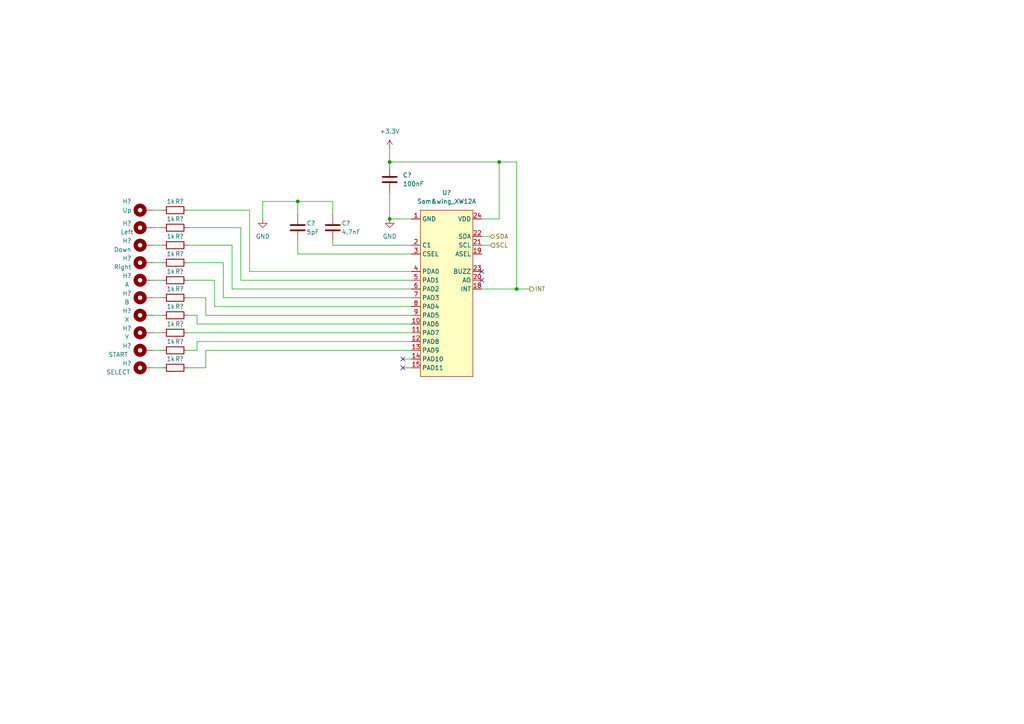
<source format=kicad_sch>
(kicad_sch (version 20211123) (generator eeschema)
  (paper "A4")
  (lib_symbols
    (symbol "Device:C" (pin_numbers hide) (pin_names (offset 0.254))
      (property "Reference" "C" (at 0.635 2.54 0))
      (property "Value" "C" (at 0.635 -2.54 0))
      (symbol "C_0_1"
        (polyline (pts (xy -2.032 -0.762) (xy 2.032 -0.762)) (stroke (width 0.508)))
        (polyline (pts (xy -2.032 0.762) (xy 2.032 0.762)) (stroke (width 0.508)))
      )
      (symbol "C_1_1"
        (pin passive line (at 0 3.81 270) (length 2.794) (name "~") (number "1"))
        (pin passive line (at 0 -3.81 90) (length 2.794) (name "~") (number "2"))
      )
    )
    (symbol "Device:R" (pin_numbers hide) (pin_names (offset 0))
      (property "Reference" "R" (at 2.032 0 90))
      (property "Value" "R" (at 0 0 90))
      (symbol "R_0_1"
        (rectangle (start -1.016 -2.54) (end 1.016 2.54) (stroke (width 0.254)))
      )
      (symbol "R_1_1"
        (pin passive line (at 0 3.81 270) (length 1.27) (name "~") (number "1"))
        (pin passive line (at 0 -3.81 90) (length 1.27) (name "~") (number "2"))
      )
    )
    (symbol "Mechanical:MountingHole_Pad" (pin_numbers hide) (pin_names (offset 1.016) hide)
      (property "Reference" "H" (at 0 6.35 0))
      (property "Value" "MountingHole_Pad" (at 0 4.445 0))
      (symbol "MountingHole_Pad_0_1"
        (circle (center 0 1.27) (radius 1.27) (stroke (width 1.27)))
      )
      (symbol "MountingHole_Pad_1_1"
        (pin input line (at 0 -2.54 90) (length 2.54) (name "1") (number "1"))
      )
    )
    (symbol "power:+3.3V" (power) (pin_names (offset 0))
      (property "Value" "+3.3V" (at 0 3.556 0))
      (symbol "+3.3V_0_1"
        (polyline (pts (xy -0.762 1.27) (xy 0 2.54)))
        (polyline (pts (xy 0 0) (xy 0 2.54)))
        (polyline (pts (xy 0 2.54) (xy 0.762 1.27)))
      )
      (symbol "+3.3V_1_1"
        (pin power_in line (at 0 0 90) (length 0) hide (name "+3.3V") (number "1"))
      )
    )
    (symbol "power:GND" (power) (pin_names (offset 0))
      (property "Value" "GND" (at 0 -3.81 0))
      (symbol "GND_0_1"
        (polyline (pts (xy 0 0) (xy 0 -1.27) (xy 1.27 -1.27) (xy 0 -2.54) (xy -1.27 -1.27) (xy 0 -1.27)))
      )
      (symbol "GND_1_1"
        (pin power_in line (at 0 0 270) (length 0) hide (name "GND") (number "1"))
      )
    )
    (symbol "touch_sensors:Sam&wing_XW12A"
      (property "Reference" "U" (at 0 0 0))
      (property "Value" "Sam&wing_XW12A" (at 0 0 0))
      (symbol "Sam&wing_XW12A_0_1"
        (rectangle (start -7.62 -2.54) (end 7.62 -50.8) (fill (type background)))
      )
      (symbol "Sam&wing_XW12A_1_1"
        (pin power_in line (at -10.16 -5.08 0) (length 2.54) (name "GND") (number "1"))
        (pin input line (at -10.16 -35.56 0) (length 2.54) (name "PAD6") (number "10"))
        (pin input line (at -10.16 -38.1 0) (length 2.54) (name "PAD7") (number "11"))
        (pin input line (at -10.16 -40.64 0) (length 2.54) (name "PAD8") (number "12"))
        (pin input line (at -10.16 -43.18 0) (length 2.54) (name "PAD9") (number "13"))
        (pin input line (at -10.16 -45.72 0) (length 2.54) (name "PAD10") (number "14"))
        (pin input line (at -10.16 -48.26 0) (length 2.54) (name "PAD11") (number "15"))
        (pin no_connect line (at 10.16 -48.26 180) (length 2.54) hide (name "NC") (number "16"))
        (pin no_connect line (at 10.16 -45.72 180) (length 2.54) hide (name "NC") (number "17"))
        (pin output line (at 10.16 -25.4 180) (length 2.54) (name "INT") (number "18"))
        (pin passive line (at 10.16 -15.24 180) (length 2.54) (name "ASEL") (number "19"))
        (pin input line (at -10.16 -12.7 0) (length 2.54) (name "C1") (number "2"))
        (pin output line (at 10.16 -22.86 180) (length 2.54) (name "AO") (number "20"))
        (pin input line (at 10.16 -12.7 180) (length 2.54) (name "SCL") (number "21"))
        (pin bidirectional line (at 10.16 -10.16 180) (length 2.54) (name "SDA") (number "22"))
        (pin output line (at 10.16 -20.32 180) (length 2.54) (name "BUZZ") (number "23"))
        (pin power_in line (at 10.16 -5.08 180) (length 2.54) (name "VDD") (number "24"))
        (pin input line (at -10.16 -15.24 0) (length 2.54) (name "CSEL") (number "3"))
        (pin input line (at -10.16 -20.32 0) (length 2.54) (name "PDA0") (number "4"))
        (pin input line (at -10.16 -22.86 0) (length 2.54) (name "PAD1") (number "5"))
        (pin input line (at -10.16 -25.4 0) (length 2.54) (name "PAD2") (number "6"))
        (pin input line (at -10.16 -27.94 0) (length 2.54) (name "PAD3") (number "7"))
        (pin input line (at -10.16 -30.48 0) (length 2.54) (name "PAD4") (number "8"))
        (pin input line (at -10.16 -33.02 0) (length 2.54) (name "PAD5") (number "9"))
      )
    )
  )
  (junction (at 149.86 83.82))
  (junction (at 113.03 63.5))
  (junction (at 86.36 58.42))
  (junction (at 144.78 46.99))
  (junction (at 113.03 46.99))
  (no_connect (at 116.84 104.14))
  (no_connect (at 139.7 81.28))
  (no_connect (at 139.7 78.74))
  (no_connect (at 116.84 106.68))
  (wire (pts (xy 139.7 83.82) (xy 149.86 83.82)))
  (wire (pts (xy 54.61 71.12) (xy 67.31 71.12)))
  (wire (pts (xy 76.2 58.42) (xy 86.36 58.42)))
  (wire (pts (xy 44.45 86.36) (xy 46.99 86.36)))
  (wire (pts (xy 59.69 91.44) (xy 119.38 91.44)))
  (wire (pts (xy 62.23 88.9) (xy 119.38 88.9)))
  (wire (pts (xy 44.45 66.04) (xy 46.99 66.04)))
  (wire (pts (xy 54.61 86.36) (xy 59.69 86.36)))
  (wire (pts (xy 96.52 71.12) (xy 119.38 71.12)))
  (wire (pts (xy 119.38 93.98) (xy 57.15 93.98)))
  (wire (pts (xy 96.52 58.42) (xy 96.52 62.23)))
  (wire (pts (xy 44.45 106.68) (xy 46.99 106.68)))
  (wire (pts (xy 54.61 60.96) (xy 72.39 60.96)))
  (wire (pts (xy 113.03 63.5) (xy 119.38 63.5)))
  (wire (pts (xy 86.36 73.66) (xy 119.38 73.66)))
  (wire (pts (xy 86.36 58.42) (xy 86.36 62.23)))
  (wire (pts (xy 54.61 66.04) (xy 69.85 66.04)))
  (wire (pts (xy 54.61 76.2) (xy 64.77 76.2)))
  (wire (pts (xy 44.45 76.2) (xy 46.99 76.2)))
  (wire (pts (xy 116.84 104.14) (xy 119.38 104.14)))
  (wire (pts (xy 44.45 96.52) (xy 46.99 96.52)))
  (wire (pts (xy 59.69 101.6) (xy 59.69 106.68)))
  (wire (pts (xy 62.23 81.28) (xy 62.23 88.9)))
  (wire (pts (xy 54.61 96.52) (xy 119.38 96.52)))
  (wire (pts (xy 64.77 76.2) (xy 64.77 86.36)))
  (wire (pts (xy 86.36 73.66) (xy 86.36 69.85)))
  (wire (pts (xy 139.7 63.5) (xy 144.78 63.5)))
  (wire (pts (xy 54.61 106.68) (xy 59.69 106.68)))
  (wire (pts (xy 67.31 83.82) (xy 119.38 83.82)))
  (wire (pts (xy 113.03 55.88) (xy 113.03 63.5)))
  (wire (pts (xy 72.39 78.74) (xy 119.38 78.74)))
  (wire (pts (xy 149.86 83.82) (xy 153.67 83.82)))
  (wire (pts (xy 119.38 101.6) (xy 59.69 101.6)))
  (wire (pts (xy 44.45 91.44) (xy 46.99 91.44)))
  (wire (pts (xy 64.77 86.36) (xy 119.38 86.36)))
  (wire (pts (xy 149.86 46.99) (xy 149.86 83.82)))
  (wire (pts (xy 69.85 66.04) (xy 69.85 81.28)))
  (wire (pts (xy 44.45 60.96) (xy 46.99 60.96)))
  (wire (pts (xy 44.45 71.12) (xy 46.99 71.12)))
  (wire (pts (xy 59.69 86.36) (xy 59.69 91.44)))
  (wire (pts (xy 144.78 46.99) (xy 149.86 46.99)))
  (wire (pts (xy 116.84 106.68) (xy 119.38 106.68)))
  (wire (pts (xy 144.78 46.99) (xy 113.03 46.99)))
  (wire (pts (xy 44.45 101.6) (xy 46.99 101.6)))
  (wire (pts (xy 96.52 71.12) (xy 96.52 69.85)))
  (wire (pts (xy 119.38 99.06) (xy 57.15 99.06)))
  (wire (pts (xy 139.7 71.12) (xy 142.24 71.12)))
  (wire (pts (xy 113.03 46.99) (xy 113.03 48.26)))
  (wire (pts (xy 144.78 63.5) (xy 144.78 46.99)))
  (wire (pts (xy 57.15 101.6) (xy 54.61 101.6)))
  (wire (pts (xy 44.45 81.28) (xy 46.99 81.28)))
  (wire (pts (xy 57.15 91.44) (xy 54.61 91.44)))
  (wire (pts (xy 54.61 81.28) (xy 62.23 81.28)))
  (wire (pts (xy 69.85 81.28) (xy 119.38 81.28)))
  (wire (pts (xy 139.7 68.58) (xy 142.24 68.58)))
  (wire (pts (xy 72.39 60.96) (xy 72.39 78.74)))
  (wire (pts (xy 86.36 58.42) (xy 96.52 58.42)))
  (wire (pts (xy 113.03 43.18) (xy 113.03 46.99)))
  (wire (pts (xy 57.15 99.06) (xy 57.15 101.6)))
  (wire (pts (xy 76.2 63.5) (xy 76.2 58.42)))
  (wire (pts (xy 67.31 71.12) (xy 67.31 83.82)))
  (wire (pts (xy 57.15 93.98) (xy 57.15 91.44)))
  (hierarchical_label "SCL" (shape input) (at 142.24 71.12 0))
  (hierarchical_label "SDA" (shape bidirectional) (at 142.24 68.58 0))
  (hierarchical_label "INT" (shape output) (at 153.67 83.82 0))
  (symbol (lib_id "power:GND") (at 76.2 63.5 0) (unit 1)
    (property "Reference" "#PWR?" (effects hide))
    (property "Value" "GND" (at 76.2 68.58 0))
  )
  (symbol (lib_id "Device:C") (at 86.36 66.04 180) (unit 1)
    (property "Reference" "C?" (at 88.9 64.77 0) (effects (justify right)))
    (property "Value" "5pF" (at 88.9 67.31 0) (effects (justify right)))
  )
  (symbol (lib_id "Mechanical:MountingHole_Pad") (at 41.91 101.6 90) (unit 1)
    (property "Reference" "H?" (at 36.83 100.33 90))
    (property "Value" "START" (at 34.29 102.87 90))
  )
  (symbol (lib_id "Mechanical:MountingHole_Pad") (at 41.91 96.52 90) (unit 1)
    (property "Reference" "H?" (at 36.83 95.25 90))
    (property "Value" "Y" (at 36.83 97.79 90))
  )
  (symbol (lib_id "Device:R") (at 50.8 81.28 90) (unit 1)
    (property "Reference" "R?" (at 52.07 78.74 90))
    (property "Value" "1k" (at 49.53 78.74 90))
  )
  (symbol (lib_id "Device:R") (at 50.8 71.12 90) (unit 1)
    (property "Reference" "R?" (at 52.07 68.58 90))
    (property "Value" "1k" (at 49.53 68.58 90))
  )
  (symbol (lib_id "Mechanical:MountingHole_Pad") (at 41.91 91.44 90) (unit 1)
    (property "Reference" "H?" (at 36.83 90.17 90))
    (property "Value" "X" (at 36.83 92.71 90))
  )
  (symbol (lib_id "Mechanical:MountingHole_Pad") (at 41.91 86.36 90) (unit 1)
    (property "Reference" "H?" (at 36.83 85.09 90))
    (property "Value" "B" (at 36.83 87.63 90))
  )
  (symbol (lib_id "Device:R") (at 50.8 66.04 90) (unit 1)
    (property "Reference" "R?" (at 52.07 63.5 90))
    (property "Value" "1k" (at 49.53 63.5 90))
  )
  (symbol (lib_id "Device:R") (at 50.8 76.2 90) (unit 1)
    (property "Reference" "R?" (at 52.07 73.66 90))
    (property "Value" "1k" (at 49.53 73.66 90))
  )
  (symbol (lib_id "power:GND") (at 113.03 63.5 0) (unit 1)
    (property "Reference" "#PWR?" (effects hide))
    (property "Value" "GND" (at 113.03 68.58 0))
  )
  (symbol (lib_id "Device:R") (at 50.8 60.96 90) (unit 1)
    (property "Reference" "R?" (at 52.07 58.42 90))
    (property "Value" "1k" (at 49.53 58.42 90))
  )
  (symbol (lib_id "Mechanical:MountingHole_Pad") (at 41.91 81.28 90) (unit 1)
    (property "Reference" "H?" (at 36.83 80.01 90))
    (property "Value" "A" (at 36.83 82.55 90))
  )
  (symbol (lib_id "Mechanical:MountingHole_Pad") (at 41.91 66.04 90) (unit 1)
    (property "Reference" "H?" (at 36.83 64.77 90))
    (property "Value" "Left" (at 36.83 67.31 90))
  )
  (symbol (lib_id "Mechanical:MountingHole_Pad") (at 41.91 71.12 90) (unit 1)
    (property "Reference" "H?" (at 36.83 69.85 90))
    (property "Value" "Down" (at 35.56 72.39 90))
  )
  (symbol (lib_id "Device:R") (at 50.8 96.52 90) (unit 1)
    (property "Reference" "R?" (at 52.07 93.98 90))
    (property "Value" "1k" (at 49.53 93.98 90))
  )
  (symbol (lib_id "Device:R") (at 50.8 91.44 90) (unit 1)
    (property "Reference" "R?" (at 52.07 88.9 90))
    (property "Value" "1k" (at 49.53 88.9 90))
  )
  (symbol (lib_id "touch_sensors:Sam&wing_XW12A") (at 129.54 58.42 0) (unit 1)
    (property "Reference" "U?" (at 129.54 55.88 0))
    (property "Value" "Sam&wing_XW12A" (at 129.54 58.42 0))
  )
  (symbol (lib_id "Mechanical:MountingHole_Pad") (at 41.91 106.68 90) (unit 1)
    (property "Reference" "H?" (at 36.83 105.41 90))
    (property "Value" "SELECT" (at 34.29 107.95 90))
  )
  (symbol (lib_id "Device:C") (at 96.52 66.04 180) (unit 1)
    (property "Reference" "C?" (at 99.06 64.77 0) (effects (justify right)))
    (property "Value" "4.7nF" (at 99.06 67.31 0) (effects (justify right)))
  )
  (symbol (lib_id "Mechanical:MountingHole_Pad") (at 41.91 76.2 90) (unit 1)
    (property "Reference" "H?" (at 36.83 74.93 90))
    (property "Value" "Right" (at 35.56 77.47 90))
  )
  (symbol (lib_id "Device:C") (at 113.03 52.07 0) (unit 1)
    (property "Reference" "C?" (at 116.84 50.7999 0) (effects (justify left)))
    (property "Value" "100nF" (at 116.84 53.3399 0) (effects (justify left)))
  )
  (symbol (lib_id "Device:R") (at 50.8 106.68 90) (unit 1)
    (property "Reference" "R?" (at 52.07 104.14 90))
    (property "Value" "1k" (at 49.53 104.14 90))
  )
  (symbol (lib_id "Device:R") (at 50.8 101.6 90) (unit 1)
    (property "Reference" "R?" (at 52.07 99.06 90))
    (property "Value" "1k" (at 49.53 99.06 90))
  )
  (symbol (lib_id "Mechanical:MountingHole_Pad") (at 41.91 60.96 90) (unit 1)
    (property "Reference" "H?" (at 36.83 58.42 90))
    (property "Value" "Up" (at 36.83 60.96 90))
  )
  (symbol (lib_id "power:+3.3V") (at 113.03 43.18 0) (unit 1)
    (property "Reference" "#PWR?" (effects hide))
    (property "Value" "+3.3V" (at 113.03 38.1 0))
  )
  (symbol (lib_id "Device:R") (at 50.8 86.36 90) (unit 1)
    (property "Reference" "R?" (at 52.07 83.82 90))
    (property "Value" "1k" (at 49.53 83.82 90))
  )
)
</source>
